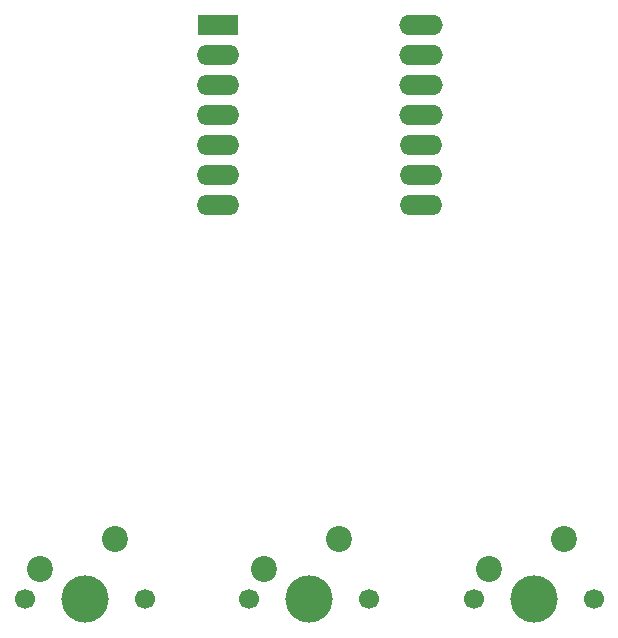
<source format=gbr>
%TF.GenerationSoftware,KiCad,Pcbnew,8.0.5*%
%TF.CreationDate,2024-10-21T21:32:33-05:00*%
%TF.ProjectId,macropad,6d616372-6f70-4616-942e-6b696361645f,rev?*%
%TF.SameCoordinates,Original*%
%TF.FileFunction,Soldermask,Top*%
%TF.FilePolarity,Negative*%
%FSLAX46Y46*%
G04 Gerber Fmt 4.6, Leading zero omitted, Abs format (unit mm)*
G04 Created by KiCad (PCBNEW 8.0.5) date 2024-10-21 21:32:33*
%MOMM*%
%LPD*%
G01*
G04 APERTURE LIST*
%ADD10C,1.700000*%
%ADD11C,4.000000*%
%ADD12C,2.200000*%
%ADD13R,3.500000X1.700000*%
%ADD14O,3.600000X1.700000*%
%ADD15O,3.700000X1.700000*%
G04 APERTURE END LIST*
D10*
%TO.C,SW1*%
X115920000Y-104500000D03*
D11*
X121000000Y-104500000D03*
D10*
X126080000Y-104500000D03*
D12*
X123540000Y-99420000D03*
X117190000Y-101960000D03*
%TD*%
D10*
%TO.C,SW3*%
X153920000Y-104500000D03*
D11*
X159000000Y-104500000D03*
D10*
X164080000Y-104500000D03*
D12*
X161540000Y-99420000D03*
X155190000Y-101960000D03*
%TD*%
D13*
%TO.C,U1*%
X132250000Y-55880000D03*
D14*
X132250000Y-58420000D03*
X132250000Y-60960000D03*
X132250000Y-63500000D03*
X132250000Y-66040000D03*
X132250000Y-68580000D03*
X132250000Y-71120000D03*
X149500000Y-71120000D03*
X149500000Y-68580000D03*
X149500000Y-66040000D03*
D15*
X149500000Y-63500000D03*
X149500000Y-60960000D03*
X149500000Y-58420000D03*
X149500000Y-55880000D03*
%TD*%
D10*
%TO.C,SW2*%
X134920000Y-104500000D03*
D11*
X140000000Y-104500000D03*
D10*
X145080000Y-104500000D03*
D12*
X142540000Y-99420000D03*
X136190000Y-101960000D03*
%TD*%
M02*

</source>
